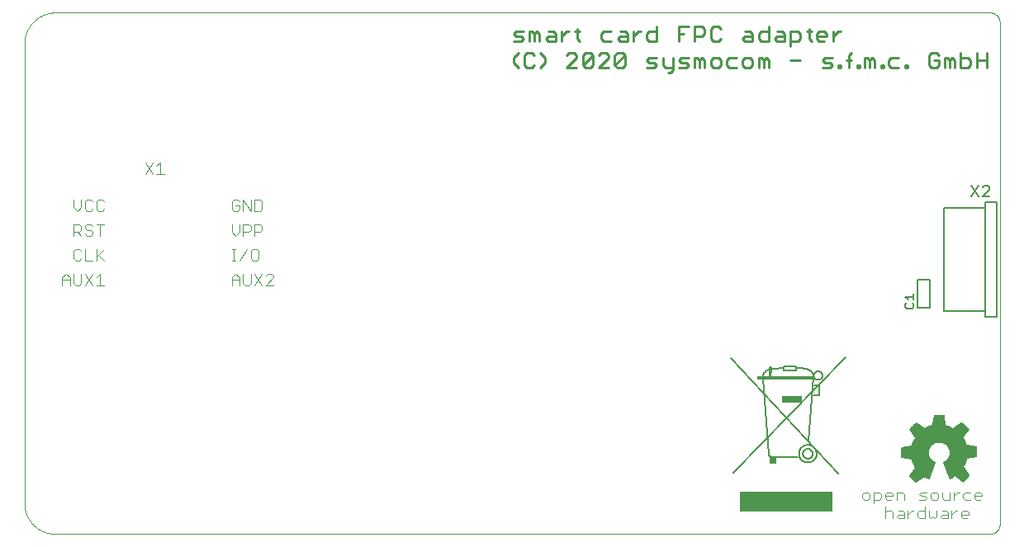
<source format=gto>
G75*
%MOIN*%
%OFA0B0*%
%FSLAX25Y25*%
%IPPOS*%
%LPD*%
%AMOC8*
5,1,8,0,0,1.08239X$1,22.5*
%
%ADD10C,0.00000*%
%ADD11C,0.01000*%
%ADD12C,0.00400*%
%ADD13C,0.00500*%
%ADD14C,0.00700*%
%ADD15C,0.00800*%
%ADD16C,0.00600*%
%ADD17C,0.00787*%
%ADD18R,0.23130X0.01673*%
%ADD19R,0.07972X0.02756*%
%ADD20R,0.02756X0.02657*%
%ADD21R,0.37795X0.07874*%
%ADD22C,0.00200*%
D10*
X0013770Y0002234D02*
X0391014Y0002234D01*
X0391138Y0002236D01*
X0391261Y0002242D01*
X0391385Y0002251D01*
X0391507Y0002265D01*
X0391630Y0002282D01*
X0391752Y0002304D01*
X0391873Y0002329D01*
X0391993Y0002358D01*
X0392112Y0002390D01*
X0392231Y0002427D01*
X0392348Y0002467D01*
X0392463Y0002510D01*
X0392578Y0002558D01*
X0392690Y0002609D01*
X0392801Y0002663D01*
X0392911Y0002721D01*
X0393018Y0002782D01*
X0393124Y0002847D01*
X0393227Y0002915D01*
X0393328Y0002986D01*
X0393427Y0003060D01*
X0393524Y0003137D01*
X0393618Y0003218D01*
X0393709Y0003301D01*
X0393798Y0003387D01*
X0393884Y0003476D01*
X0393967Y0003567D01*
X0394048Y0003661D01*
X0394125Y0003758D01*
X0394199Y0003857D01*
X0394270Y0003958D01*
X0394338Y0004061D01*
X0394403Y0004167D01*
X0394464Y0004274D01*
X0394522Y0004384D01*
X0394576Y0004495D01*
X0394627Y0004607D01*
X0394675Y0004722D01*
X0394718Y0004837D01*
X0394758Y0004954D01*
X0394795Y0005073D01*
X0394827Y0005192D01*
X0394856Y0005312D01*
X0394881Y0005433D01*
X0394903Y0005555D01*
X0394920Y0005678D01*
X0394934Y0005800D01*
X0394943Y0005924D01*
X0394949Y0006047D01*
X0394951Y0006171D01*
X0394951Y0208927D01*
X0394949Y0209051D01*
X0394943Y0209174D01*
X0394934Y0209298D01*
X0394920Y0209420D01*
X0394903Y0209543D01*
X0394881Y0209665D01*
X0394856Y0209786D01*
X0394827Y0209906D01*
X0394795Y0210025D01*
X0394758Y0210144D01*
X0394718Y0210261D01*
X0394675Y0210376D01*
X0394627Y0210491D01*
X0394576Y0210603D01*
X0394522Y0210714D01*
X0394464Y0210824D01*
X0394403Y0210931D01*
X0394338Y0211037D01*
X0394270Y0211140D01*
X0394199Y0211241D01*
X0394125Y0211340D01*
X0394048Y0211437D01*
X0393967Y0211531D01*
X0393884Y0211622D01*
X0393798Y0211711D01*
X0393709Y0211797D01*
X0393618Y0211880D01*
X0393524Y0211961D01*
X0393427Y0212038D01*
X0393328Y0212112D01*
X0393227Y0212183D01*
X0393124Y0212251D01*
X0393018Y0212316D01*
X0392911Y0212377D01*
X0392801Y0212435D01*
X0392690Y0212489D01*
X0392578Y0212540D01*
X0392463Y0212588D01*
X0392348Y0212631D01*
X0392231Y0212671D01*
X0392112Y0212708D01*
X0391993Y0212740D01*
X0391873Y0212769D01*
X0391752Y0212794D01*
X0391630Y0212816D01*
X0391507Y0212833D01*
X0391385Y0212847D01*
X0391261Y0212856D01*
X0391138Y0212862D01*
X0391014Y0212864D01*
X0013770Y0212864D01*
X0013467Y0212860D01*
X0013165Y0212849D01*
X0012863Y0212831D01*
X0012562Y0212806D01*
X0012261Y0212773D01*
X0011961Y0212733D01*
X0011662Y0212685D01*
X0011365Y0212631D01*
X0011068Y0212569D01*
X0010774Y0212500D01*
X0010481Y0212424D01*
X0010190Y0212341D01*
X0009901Y0212251D01*
X0009615Y0212154D01*
X0009330Y0212050D01*
X0009049Y0211940D01*
X0008770Y0211822D01*
X0008494Y0211698D01*
X0008221Y0211567D01*
X0007952Y0211430D01*
X0007685Y0211286D01*
X0007423Y0211136D01*
X0007164Y0210979D01*
X0006909Y0210817D01*
X0006658Y0210648D01*
X0006411Y0210473D01*
X0006168Y0210292D01*
X0005930Y0210106D01*
X0005697Y0209913D01*
X0005468Y0209715D01*
X0005244Y0209512D01*
X0005025Y0209303D01*
X0004811Y0209089D01*
X0004602Y0208870D01*
X0004399Y0208646D01*
X0004201Y0208417D01*
X0004008Y0208184D01*
X0003822Y0207946D01*
X0003641Y0207703D01*
X0003466Y0207456D01*
X0003297Y0207205D01*
X0003135Y0206950D01*
X0002978Y0206691D01*
X0002828Y0206429D01*
X0002684Y0206162D01*
X0002547Y0205893D01*
X0002416Y0205620D01*
X0002292Y0205344D01*
X0002174Y0205065D01*
X0002064Y0204784D01*
X0001960Y0204499D01*
X0001863Y0204213D01*
X0001773Y0203924D01*
X0001690Y0203633D01*
X0001614Y0203340D01*
X0001545Y0203046D01*
X0001483Y0202749D01*
X0001429Y0202452D01*
X0001381Y0202153D01*
X0001341Y0201853D01*
X0001308Y0201552D01*
X0001283Y0201251D01*
X0001265Y0200949D01*
X0001254Y0200647D01*
X0001250Y0200344D01*
X0001250Y0014754D01*
X0001254Y0014451D01*
X0001265Y0014149D01*
X0001283Y0013847D01*
X0001308Y0013546D01*
X0001341Y0013245D01*
X0001381Y0012945D01*
X0001429Y0012646D01*
X0001483Y0012349D01*
X0001545Y0012052D01*
X0001614Y0011758D01*
X0001690Y0011465D01*
X0001773Y0011174D01*
X0001863Y0010885D01*
X0001960Y0010599D01*
X0002064Y0010314D01*
X0002174Y0010033D01*
X0002292Y0009754D01*
X0002416Y0009478D01*
X0002547Y0009205D01*
X0002684Y0008936D01*
X0002828Y0008669D01*
X0002978Y0008407D01*
X0003135Y0008148D01*
X0003297Y0007893D01*
X0003466Y0007642D01*
X0003641Y0007395D01*
X0003822Y0007152D01*
X0004008Y0006914D01*
X0004201Y0006681D01*
X0004399Y0006452D01*
X0004602Y0006228D01*
X0004811Y0006009D01*
X0005025Y0005795D01*
X0005244Y0005586D01*
X0005468Y0005383D01*
X0005697Y0005185D01*
X0005930Y0004992D01*
X0006168Y0004806D01*
X0006411Y0004625D01*
X0006658Y0004450D01*
X0006909Y0004281D01*
X0007164Y0004119D01*
X0007423Y0003962D01*
X0007685Y0003812D01*
X0007952Y0003668D01*
X0008221Y0003531D01*
X0008494Y0003400D01*
X0008770Y0003276D01*
X0009049Y0003158D01*
X0009330Y0003048D01*
X0009615Y0002944D01*
X0009901Y0002847D01*
X0010190Y0002757D01*
X0010481Y0002674D01*
X0010774Y0002598D01*
X0011068Y0002529D01*
X0011365Y0002467D01*
X0011662Y0002413D01*
X0011961Y0002365D01*
X0012261Y0002325D01*
X0012562Y0002292D01*
X0012863Y0002267D01*
X0013165Y0002249D01*
X0013467Y0002238D01*
X0013770Y0002234D01*
D11*
X0260910Y0188733D02*
X0261911Y0188733D01*
X0262911Y0189733D01*
X0262911Y0194738D01*
X0265353Y0193737D02*
X0266354Y0192736D01*
X0268356Y0192736D01*
X0269357Y0191735D01*
X0268356Y0190734D01*
X0265353Y0190734D01*
X0262911Y0190734D02*
X0259909Y0190734D01*
X0258908Y0191735D01*
X0258908Y0194738D01*
X0256466Y0194738D02*
X0253463Y0194738D01*
X0252462Y0193737D01*
X0253463Y0192736D01*
X0255465Y0192736D01*
X0256466Y0191735D01*
X0255465Y0190734D01*
X0252462Y0190734D01*
X0243575Y0191735D02*
X0243575Y0195739D01*
X0239571Y0191735D01*
X0240572Y0190734D01*
X0242574Y0190734D01*
X0243575Y0191735D01*
X0239571Y0191735D02*
X0239571Y0195739D01*
X0240572Y0196739D01*
X0242574Y0196739D01*
X0243575Y0195739D01*
X0237129Y0195739D02*
X0236129Y0196739D01*
X0234127Y0196739D01*
X0233126Y0195739D01*
X0230684Y0195739D02*
X0226680Y0191735D01*
X0227681Y0190734D01*
X0229683Y0190734D01*
X0230684Y0191735D01*
X0230684Y0195739D01*
X0229683Y0196739D01*
X0227681Y0196739D01*
X0226680Y0195739D01*
X0226680Y0191735D01*
X0224238Y0190734D02*
X0220235Y0190734D01*
X0224238Y0194738D01*
X0224238Y0195739D01*
X0223238Y0196739D01*
X0221236Y0196739D01*
X0220235Y0195739D01*
X0211494Y0194738D02*
X0211494Y0192736D01*
X0209492Y0190734D01*
X0207050Y0191735D02*
X0206050Y0190734D01*
X0204048Y0190734D01*
X0203047Y0191735D01*
X0203047Y0195739D01*
X0204048Y0196739D01*
X0206050Y0196739D01*
X0207050Y0195739D01*
X0209492Y0196739D02*
X0211494Y0194738D01*
X0212642Y0201234D02*
X0211641Y0202235D01*
X0212642Y0203236D01*
X0215644Y0203236D01*
X0215644Y0204237D02*
X0215644Y0201234D01*
X0212642Y0201234D01*
X0209199Y0201234D02*
X0209199Y0204237D01*
X0208198Y0205238D01*
X0207197Y0204237D01*
X0207197Y0201234D01*
X0205195Y0201234D02*
X0205195Y0205238D01*
X0206196Y0205238D01*
X0207197Y0204237D01*
X0202753Y0205238D02*
X0199751Y0205238D01*
X0198750Y0204237D01*
X0199751Y0203236D01*
X0201753Y0203236D01*
X0202753Y0202235D01*
X0201753Y0201234D01*
X0198750Y0201234D01*
X0200752Y0196739D02*
X0198750Y0194738D01*
X0198750Y0192736D01*
X0200752Y0190734D01*
X0218086Y0201234D02*
X0218086Y0205238D01*
X0218086Y0203236D02*
X0220088Y0205238D01*
X0221089Y0205238D01*
X0223458Y0205238D02*
X0225459Y0205238D01*
X0224459Y0206239D02*
X0224459Y0202235D01*
X0225459Y0201234D01*
X0215644Y0204237D02*
X0214644Y0205238D01*
X0212642Y0205238D01*
X0234200Y0204237D02*
X0234200Y0202235D01*
X0235201Y0201234D01*
X0238204Y0201234D01*
X0240646Y0202235D02*
X0241647Y0203236D01*
X0244649Y0203236D01*
X0244649Y0204237D02*
X0244649Y0201234D01*
X0241647Y0201234D01*
X0240646Y0202235D01*
X0241647Y0205238D02*
X0243648Y0205238D01*
X0244649Y0204237D01*
X0247091Y0205238D02*
X0247091Y0201234D01*
X0247091Y0203236D02*
X0249093Y0205238D01*
X0250094Y0205238D01*
X0252462Y0204237D02*
X0253463Y0205238D01*
X0256466Y0205238D01*
X0256466Y0207239D02*
X0256466Y0201234D01*
X0253463Y0201234D01*
X0252462Y0202235D01*
X0252462Y0204237D01*
X0238204Y0205238D02*
X0235201Y0205238D01*
X0234200Y0204237D01*
X0237129Y0195739D02*
X0237129Y0194738D01*
X0233126Y0190734D01*
X0237129Y0190734D01*
X0265353Y0193737D02*
X0266354Y0194738D01*
X0269357Y0194738D01*
X0271799Y0194738D02*
X0272800Y0194738D01*
X0273801Y0193737D01*
X0274802Y0194738D01*
X0275802Y0193737D01*
X0275802Y0190734D01*
X0273801Y0190734D02*
X0273801Y0193737D01*
X0271799Y0194738D02*
X0271799Y0190734D01*
X0278244Y0191735D02*
X0278244Y0193737D01*
X0279245Y0194738D01*
X0281247Y0194738D01*
X0282248Y0193737D01*
X0282248Y0191735D01*
X0281247Y0190734D01*
X0279245Y0190734D01*
X0278244Y0191735D01*
X0284690Y0191735D02*
X0284690Y0193737D01*
X0285691Y0194738D01*
X0288693Y0194738D01*
X0291135Y0193737D02*
X0291135Y0191735D01*
X0292136Y0190734D01*
X0294138Y0190734D01*
X0295139Y0191735D01*
X0295139Y0193737D01*
X0294138Y0194738D01*
X0292136Y0194738D01*
X0291135Y0193737D01*
X0288693Y0190734D02*
X0285691Y0190734D01*
X0284690Y0191735D01*
X0281247Y0201234D02*
X0279245Y0201234D01*
X0278244Y0202235D01*
X0278244Y0206239D01*
X0279245Y0207239D01*
X0281247Y0207239D01*
X0282248Y0206239D01*
X0282248Y0202235D02*
X0281247Y0201234D01*
X0275802Y0204237D02*
X0275802Y0206239D01*
X0274802Y0207239D01*
X0271799Y0207239D01*
X0271799Y0201234D01*
X0271799Y0203236D02*
X0274802Y0203236D01*
X0275802Y0204237D01*
X0269357Y0207239D02*
X0265353Y0207239D01*
X0265353Y0201234D01*
X0265353Y0204237D02*
X0267355Y0204237D01*
X0291135Y0202235D02*
X0292136Y0201234D01*
X0295139Y0201234D01*
X0295139Y0204237D01*
X0294138Y0205238D01*
X0292136Y0205238D01*
X0292136Y0203236D02*
X0295139Y0203236D01*
X0297581Y0204237D02*
X0298582Y0205238D01*
X0301584Y0205238D01*
X0301584Y0207239D02*
X0301584Y0201234D01*
X0298582Y0201234D01*
X0297581Y0202235D01*
X0297581Y0204237D01*
X0304026Y0202235D02*
X0305027Y0203236D01*
X0308030Y0203236D01*
X0308030Y0204237D02*
X0308030Y0201234D01*
X0305027Y0201234D01*
X0304026Y0202235D01*
X0305027Y0205238D02*
X0307029Y0205238D01*
X0308030Y0204237D01*
X0310472Y0205238D02*
X0313475Y0205238D01*
X0314475Y0204237D01*
X0314475Y0202235D01*
X0313475Y0201234D01*
X0310472Y0201234D01*
X0310472Y0199233D02*
X0310472Y0205238D01*
X0316917Y0205238D02*
X0318919Y0205238D01*
X0317918Y0206239D02*
X0317918Y0202235D01*
X0318919Y0201234D01*
X0321214Y0202235D02*
X0321214Y0204237D01*
X0322215Y0205238D01*
X0324217Y0205238D01*
X0325218Y0204237D01*
X0325218Y0203236D01*
X0321214Y0203236D01*
X0321214Y0202235D02*
X0322215Y0201234D01*
X0324217Y0201234D01*
X0327660Y0201234D02*
X0327660Y0205238D01*
X0327660Y0203236D02*
X0329662Y0205238D01*
X0330663Y0205238D01*
X0335033Y0196739D02*
X0334032Y0195739D01*
X0334032Y0190734D01*
X0330809Y0190734D02*
X0330809Y0191735D01*
X0329808Y0191735D01*
X0329808Y0190734D01*
X0330809Y0190734D01*
X0327366Y0191735D02*
X0326366Y0192736D01*
X0324364Y0192736D01*
X0323363Y0193737D01*
X0324364Y0194738D01*
X0327366Y0194738D01*
X0327366Y0191735D02*
X0326366Y0190734D01*
X0323363Y0190734D01*
X0314475Y0193737D02*
X0310472Y0193737D01*
X0301584Y0193737D02*
X0301584Y0190734D01*
X0299583Y0190734D02*
X0299583Y0193737D01*
X0300584Y0194738D01*
X0301584Y0193737D01*
X0299583Y0193737D02*
X0298582Y0194738D01*
X0297581Y0194738D01*
X0297581Y0190734D01*
X0291135Y0202235D02*
X0292136Y0203236D01*
X0333031Y0193737D02*
X0335033Y0193737D01*
X0337328Y0191735D02*
X0338329Y0191735D01*
X0338329Y0190734D01*
X0337328Y0190734D01*
X0337328Y0191735D01*
X0340551Y0190734D02*
X0340551Y0194738D01*
X0341552Y0194738D01*
X0342553Y0193737D01*
X0343553Y0194738D01*
X0344554Y0193737D01*
X0344554Y0190734D01*
X0342553Y0190734D02*
X0342553Y0193737D01*
X0346996Y0191735D02*
X0347997Y0191735D01*
X0347997Y0190734D01*
X0346996Y0190734D01*
X0346996Y0191735D01*
X0350219Y0191735D02*
X0351220Y0190734D01*
X0354223Y0190734D01*
X0356665Y0190734D02*
X0356665Y0191735D01*
X0357666Y0191735D01*
X0357666Y0190734D01*
X0356665Y0190734D01*
X0354223Y0194738D02*
X0351220Y0194738D01*
X0350219Y0193737D01*
X0350219Y0191735D01*
X0366333Y0191735D02*
X0367334Y0190734D01*
X0369335Y0190734D01*
X0370336Y0191735D01*
X0370336Y0193737D01*
X0368335Y0193737D01*
X0370336Y0195739D02*
X0369335Y0196739D01*
X0367334Y0196739D01*
X0366333Y0195739D01*
X0366333Y0191735D01*
X0372778Y0190734D02*
X0372778Y0194738D01*
X0373779Y0194738D01*
X0374780Y0193737D01*
X0375781Y0194738D01*
X0376782Y0193737D01*
X0376782Y0190734D01*
X0374780Y0190734D02*
X0374780Y0193737D01*
X0379224Y0194738D02*
X0382226Y0194738D01*
X0383227Y0193737D01*
X0383227Y0191735D01*
X0382226Y0190734D01*
X0379224Y0190734D01*
X0379224Y0196739D01*
X0385669Y0196739D02*
X0385669Y0190734D01*
X0389673Y0190734D02*
X0389673Y0196739D01*
X0389673Y0193737D02*
X0385669Y0193737D01*
D12*
X0101835Y0106586D02*
X0101068Y0107353D01*
X0099533Y0107353D01*
X0098766Y0106586D01*
X0097231Y0107353D02*
X0094162Y0102749D01*
X0092627Y0103517D02*
X0091860Y0102749D01*
X0090325Y0102749D01*
X0089558Y0103517D01*
X0089558Y0107353D01*
X0088023Y0105818D02*
X0088023Y0102749D01*
X0088023Y0105051D02*
X0084954Y0105051D01*
X0084954Y0105818D02*
X0084954Y0102749D01*
X0084954Y0105818D02*
X0086489Y0107353D01*
X0088023Y0105818D01*
X0092627Y0107353D02*
X0092627Y0103517D01*
X0094162Y0107353D02*
X0097231Y0102749D01*
X0098766Y0102749D02*
X0101835Y0105818D01*
X0101835Y0106586D01*
X0101835Y0102749D02*
X0098766Y0102749D01*
X0094929Y0112749D02*
X0095696Y0113517D01*
X0095696Y0116586D01*
X0094929Y0117353D01*
X0093394Y0117353D01*
X0092627Y0116586D01*
X0092627Y0113517D01*
X0093394Y0112749D01*
X0094929Y0112749D01*
X0091092Y0117353D02*
X0088023Y0112749D01*
X0086489Y0112749D02*
X0084954Y0112749D01*
X0085721Y0112749D02*
X0085721Y0117353D01*
X0084954Y0117353D02*
X0086489Y0117353D01*
X0086489Y0122749D02*
X0088023Y0124284D01*
X0088023Y0127353D01*
X0089558Y0127353D02*
X0091860Y0127353D01*
X0092627Y0126586D01*
X0092627Y0125051D01*
X0091860Y0124284D01*
X0089558Y0124284D01*
X0089558Y0122749D02*
X0089558Y0127353D01*
X0094162Y0127353D02*
X0096464Y0127353D01*
X0097231Y0126586D01*
X0097231Y0125051D01*
X0096464Y0124284D01*
X0094162Y0124284D01*
X0094162Y0122749D02*
X0094162Y0127353D01*
X0094162Y0132749D02*
X0096464Y0132749D01*
X0097231Y0133517D01*
X0097231Y0136586D01*
X0096464Y0137353D01*
X0094162Y0137353D01*
X0094162Y0132749D01*
X0092627Y0132749D02*
X0092627Y0137353D01*
X0089558Y0137353D02*
X0092627Y0132749D01*
X0089558Y0132749D02*
X0089558Y0137353D01*
X0088023Y0136586D02*
X0087256Y0137353D01*
X0085721Y0137353D01*
X0084954Y0136586D01*
X0084954Y0133517D01*
X0085721Y0132749D01*
X0087256Y0132749D01*
X0088023Y0133517D01*
X0088023Y0135051D01*
X0086489Y0135051D01*
X0084954Y0127353D02*
X0084954Y0124284D01*
X0086489Y0122749D01*
X0057627Y0147749D02*
X0054558Y0147749D01*
X0056092Y0147749D02*
X0056092Y0152353D01*
X0054558Y0150818D01*
X0053023Y0152353D02*
X0049954Y0147749D01*
X0053023Y0147749D02*
X0049954Y0152353D01*
X0033419Y0136586D02*
X0032652Y0137353D01*
X0031117Y0137353D01*
X0030350Y0136586D01*
X0030350Y0133517D01*
X0031117Y0132749D01*
X0032652Y0132749D01*
X0033419Y0133517D01*
X0028815Y0133517D02*
X0028048Y0132749D01*
X0026513Y0132749D01*
X0025746Y0133517D01*
X0025746Y0136586D01*
X0026513Y0137353D01*
X0028048Y0137353D01*
X0028815Y0136586D01*
X0024211Y0137353D02*
X0024211Y0134284D01*
X0022677Y0132749D01*
X0021142Y0134284D01*
X0021142Y0137353D01*
X0021142Y0127353D02*
X0023444Y0127353D01*
X0024211Y0126586D01*
X0024211Y0125051D01*
X0023444Y0124284D01*
X0021142Y0124284D01*
X0022677Y0124284D02*
X0024211Y0122749D01*
X0025746Y0123517D02*
X0026513Y0122749D01*
X0028048Y0122749D01*
X0028815Y0123517D01*
X0028815Y0124284D01*
X0028048Y0125051D01*
X0026513Y0125051D01*
X0025746Y0125818D01*
X0025746Y0126586D01*
X0026513Y0127353D01*
X0028048Y0127353D01*
X0028815Y0126586D01*
X0030350Y0127353D02*
X0033419Y0127353D01*
X0031885Y0127353D02*
X0031885Y0122749D01*
X0033419Y0117353D02*
X0030350Y0114284D01*
X0031117Y0115051D02*
X0033419Y0112749D01*
X0030350Y0112749D02*
X0030350Y0117353D01*
X0025746Y0117353D02*
X0025746Y0112749D01*
X0028815Y0112749D01*
X0024211Y0113517D02*
X0023444Y0112749D01*
X0021909Y0112749D01*
X0021142Y0113517D01*
X0021142Y0116586D01*
X0021909Y0117353D01*
X0023444Y0117353D01*
X0024211Y0116586D01*
X0021142Y0122749D02*
X0021142Y0127353D01*
X0021142Y0107353D02*
X0021142Y0103517D01*
X0021909Y0102749D01*
X0023444Y0102749D01*
X0024211Y0103517D01*
X0024211Y0107353D01*
X0025746Y0107353D02*
X0028815Y0102749D01*
X0030350Y0102749D02*
X0033419Y0102749D01*
X0031885Y0102749D02*
X0031885Y0107353D01*
X0030350Y0105818D01*
X0028815Y0107353D02*
X0025746Y0102749D01*
X0019607Y0102749D02*
X0019607Y0105818D01*
X0018073Y0107353D01*
X0016538Y0105818D01*
X0016538Y0102749D01*
X0016538Y0105051D02*
X0019607Y0105051D01*
X0339474Y0018336D02*
X0339474Y0016802D01*
X0340241Y0016034D01*
X0341776Y0016034D01*
X0342543Y0016802D01*
X0342543Y0018336D01*
X0341776Y0019104D01*
X0340241Y0019104D01*
X0339474Y0018336D01*
X0344078Y0019104D02*
X0346380Y0019104D01*
X0347147Y0018336D01*
X0347147Y0016802D01*
X0346380Y0016034D01*
X0344078Y0016034D01*
X0344078Y0014500D02*
X0344078Y0019104D01*
X0348682Y0018336D02*
X0348682Y0016802D01*
X0349449Y0016034D01*
X0350984Y0016034D01*
X0351751Y0017569D02*
X0348682Y0017569D01*
X0348682Y0018336D02*
X0349449Y0019104D01*
X0350984Y0019104D01*
X0351751Y0018336D01*
X0351751Y0017569D01*
X0353286Y0016034D02*
X0353286Y0019104D01*
X0355588Y0019104D01*
X0356355Y0018336D01*
X0356355Y0016034D01*
X0362494Y0016034D02*
X0364796Y0016034D01*
X0365563Y0016802D01*
X0364796Y0017569D01*
X0363261Y0017569D01*
X0362494Y0018336D01*
X0363261Y0019104D01*
X0365563Y0019104D01*
X0367098Y0018336D02*
X0367098Y0016802D01*
X0367865Y0016034D01*
X0369400Y0016034D01*
X0370167Y0016802D01*
X0370167Y0018336D01*
X0369400Y0019104D01*
X0367865Y0019104D01*
X0367098Y0018336D01*
X0371702Y0019104D02*
X0371702Y0016802D01*
X0372469Y0016034D01*
X0374771Y0016034D01*
X0374771Y0019104D01*
X0376305Y0019104D02*
X0376305Y0016034D01*
X0376305Y0017569D02*
X0377840Y0019104D01*
X0378607Y0019104D01*
X0380142Y0018336D02*
X0380142Y0016802D01*
X0380909Y0016034D01*
X0383211Y0016034D01*
X0384746Y0016802D02*
X0384746Y0018336D01*
X0385513Y0019104D01*
X0387048Y0019104D01*
X0387815Y0018336D01*
X0387815Y0017569D01*
X0384746Y0017569D01*
X0384746Y0016802D02*
X0385513Y0016034D01*
X0387048Y0016034D01*
X0383211Y0019104D02*
X0380909Y0019104D01*
X0380142Y0018336D01*
X0380142Y0011604D02*
X0379375Y0010836D01*
X0379375Y0009302D01*
X0380142Y0008534D01*
X0381677Y0008534D01*
X0382444Y0010069D02*
X0379375Y0010069D01*
X0380142Y0011604D02*
X0381677Y0011604D01*
X0382444Y0010836D01*
X0382444Y0010069D01*
X0377840Y0011604D02*
X0377073Y0011604D01*
X0375538Y0010069D01*
X0374003Y0010069D02*
X0371702Y0010069D01*
X0370934Y0009302D01*
X0371702Y0008534D01*
X0374003Y0008534D01*
X0374003Y0010836D01*
X0373236Y0011604D01*
X0371702Y0011604D01*
X0369400Y0011604D02*
X0369400Y0009302D01*
X0368632Y0008534D01*
X0367865Y0009302D01*
X0367098Y0008534D01*
X0366330Y0009302D01*
X0366330Y0011604D01*
X0364796Y0011604D02*
X0362494Y0011604D01*
X0361726Y0010836D01*
X0361726Y0009302D01*
X0362494Y0008534D01*
X0364796Y0008534D01*
X0364796Y0013138D01*
X0360192Y0011604D02*
X0359424Y0011604D01*
X0357890Y0010069D01*
X0357890Y0008534D02*
X0357890Y0011604D01*
X0356355Y0010836D02*
X0356355Y0008534D01*
X0354053Y0008534D01*
X0353286Y0009302D01*
X0354053Y0010069D01*
X0356355Y0010069D01*
X0356355Y0010836D02*
X0355588Y0011604D01*
X0354053Y0011604D01*
X0351751Y0010836D02*
X0351751Y0008534D01*
X0348682Y0008534D02*
X0348682Y0013138D01*
X0349449Y0011604D02*
X0350984Y0011604D01*
X0351751Y0010836D01*
X0349449Y0011604D02*
X0348682Y0010836D01*
X0375538Y0011604D02*
X0375538Y0008534D01*
D13*
X0389179Y0090006D02*
X0393904Y0090006D01*
X0393904Y0136463D01*
X0389179Y0136463D01*
X0389179Y0134100D01*
X0372250Y0134100D01*
X0372250Y0092368D01*
X0389179Y0092368D01*
X0389179Y0090006D01*
X0389179Y0092368D02*
X0389179Y0134100D01*
D14*
X0387996Y0138584D02*
X0390865Y0141453D01*
X0390865Y0142171D01*
X0390148Y0142888D01*
X0388713Y0142888D01*
X0387996Y0142171D01*
X0386261Y0142888D02*
X0383392Y0138584D01*
X0386261Y0138584D02*
X0383392Y0142888D01*
X0387996Y0138584D02*
X0390865Y0138584D01*
D15*
X0366750Y0104984D02*
X0361750Y0104984D01*
X0361750Y0093484D01*
X0366750Y0093484D01*
X0366750Y0104984D01*
D16*
X0360200Y0099236D02*
X0360200Y0096967D01*
X0360200Y0098102D02*
X0356797Y0098102D01*
X0357931Y0096967D01*
X0357364Y0095553D02*
X0356797Y0094986D01*
X0356797Y0093851D01*
X0357364Y0093284D01*
X0359633Y0093284D01*
X0360200Y0093851D01*
X0360200Y0094986D01*
X0359633Y0095553D01*
D17*
X0332841Y0073573D02*
X0287565Y0027116D01*
X0301738Y0034596D02*
X0299376Y0064911D01*
X0299376Y0065699D01*
X0302132Y0065699D02*
X0302526Y0065699D01*
X0302722Y0069242D01*
X0302723Y0069242D02*
X0302725Y0069281D01*
X0302723Y0069321D01*
X0302718Y0069359D01*
X0302709Y0069397D01*
X0302696Y0069434D01*
X0302680Y0069470D01*
X0302660Y0069504D01*
X0302637Y0069535D01*
X0302611Y0069564D01*
X0302582Y0069591D01*
X0302550Y0069614D01*
X0302517Y0069635D01*
X0302482Y0069651D01*
X0302445Y0069665D01*
X0302407Y0069674D01*
X0302368Y0069680D01*
X0302329Y0069682D01*
X0302290Y0069680D01*
X0302251Y0069674D01*
X0302213Y0069665D01*
X0302176Y0069651D01*
X0302141Y0069635D01*
X0302108Y0069614D01*
X0302076Y0069591D01*
X0302047Y0069564D01*
X0302021Y0069535D01*
X0301998Y0069504D01*
X0301978Y0069470D01*
X0301962Y0069434D01*
X0301949Y0069397D01*
X0301940Y0069359D01*
X0301935Y0069321D01*
X0301933Y0069281D01*
X0301935Y0069242D01*
X0302132Y0065699D01*
X0299376Y0065699D02*
X0299378Y0065804D01*
X0299384Y0065909D01*
X0299393Y0066014D01*
X0299406Y0066119D01*
X0299423Y0066223D01*
X0299443Y0066326D01*
X0299468Y0066429D01*
X0299495Y0066530D01*
X0299527Y0066631D01*
X0299562Y0066730D01*
X0299600Y0066828D01*
X0299642Y0066925D01*
X0299688Y0067020D01*
X0299737Y0067113D01*
X0299789Y0067205D01*
X0299844Y0067294D01*
X0299902Y0067382D01*
X0299964Y0067467D01*
X0300028Y0067550D01*
X0300096Y0067631D01*
X0300166Y0067710D01*
X0300239Y0067785D01*
X0300315Y0067859D01*
X0300393Y0067929D01*
X0300474Y0067997D01*
X0300557Y0068061D01*
X0300558Y0068061D02*
X0300660Y0068135D01*
X0300764Y0068206D01*
X0300871Y0068273D01*
X0300979Y0068338D01*
X0301090Y0068399D01*
X0301202Y0068456D01*
X0301316Y0068510D01*
X0301431Y0068561D01*
X0301549Y0068607D01*
X0301667Y0068651D01*
X0301787Y0068690D01*
X0301908Y0068726D01*
X0302030Y0068758D01*
X0302153Y0068786D01*
X0302277Y0068811D01*
X0302401Y0068831D01*
X0302526Y0068848D01*
X0307644Y0068455D02*
X0307644Y0069242D01*
X0307644Y0070030D01*
X0312762Y0070030D01*
X0312762Y0068455D01*
X0307644Y0068455D01*
X0313156Y0069242D02*
X0313549Y0069242D01*
X0317093Y0068848D02*
X0317210Y0068820D01*
X0317327Y0068788D01*
X0317442Y0068753D01*
X0317557Y0068714D01*
X0317670Y0068671D01*
X0317782Y0068625D01*
X0317893Y0068576D01*
X0318002Y0068523D01*
X0318109Y0068467D01*
X0318214Y0068408D01*
X0318318Y0068345D01*
X0318420Y0068280D01*
X0318519Y0068211D01*
X0318617Y0068140D01*
X0318712Y0068065D01*
X0318805Y0067988D01*
X0318895Y0067907D01*
X0318983Y0067824D01*
X0319069Y0067739D01*
X0319152Y0067650D01*
X0319232Y0067560D01*
X0319309Y0067467D01*
X0319383Y0067371D01*
X0319455Y0067274D01*
X0319848Y0066093D02*
X0317880Y0039715D01*
X0315517Y0034695D02*
X0315519Y0034783D01*
X0315525Y0034871D01*
X0315535Y0034959D01*
X0315549Y0035047D01*
X0315566Y0035133D01*
X0315588Y0035219D01*
X0315613Y0035303D01*
X0315643Y0035387D01*
X0315675Y0035469D01*
X0315712Y0035549D01*
X0315752Y0035628D01*
X0315796Y0035705D01*
X0315843Y0035780D01*
X0315893Y0035852D01*
X0315947Y0035923D01*
X0316003Y0035990D01*
X0316063Y0036056D01*
X0316125Y0036118D01*
X0316191Y0036178D01*
X0316258Y0036234D01*
X0316329Y0036288D01*
X0316401Y0036338D01*
X0316476Y0036385D01*
X0316553Y0036429D01*
X0316632Y0036469D01*
X0316712Y0036506D01*
X0316794Y0036538D01*
X0316878Y0036568D01*
X0316962Y0036593D01*
X0317048Y0036615D01*
X0317134Y0036632D01*
X0317222Y0036646D01*
X0317310Y0036656D01*
X0317398Y0036662D01*
X0317486Y0036664D01*
X0317574Y0036662D01*
X0317662Y0036656D01*
X0317750Y0036646D01*
X0317838Y0036632D01*
X0317924Y0036615D01*
X0318010Y0036593D01*
X0318094Y0036568D01*
X0318178Y0036538D01*
X0318260Y0036506D01*
X0318340Y0036469D01*
X0318419Y0036429D01*
X0318496Y0036385D01*
X0318571Y0036338D01*
X0318643Y0036288D01*
X0318714Y0036234D01*
X0318781Y0036178D01*
X0318847Y0036118D01*
X0318909Y0036056D01*
X0318969Y0035990D01*
X0319025Y0035923D01*
X0319079Y0035852D01*
X0319129Y0035780D01*
X0319176Y0035705D01*
X0319220Y0035628D01*
X0319260Y0035549D01*
X0319297Y0035469D01*
X0319329Y0035387D01*
X0319359Y0035303D01*
X0319384Y0035219D01*
X0319406Y0035133D01*
X0319423Y0035047D01*
X0319437Y0034959D01*
X0319447Y0034871D01*
X0319453Y0034783D01*
X0319455Y0034695D01*
X0319453Y0034607D01*
X0319447Y0034519D01*
X0319437Y0034431D01*
X0319423Y0034343D01*
X0319406Y0034257D01*
X0319384Y0034171D01*
X0319359Y0034087D01*
X0319329Y0034003D01*
X0319297Y0033921D01*
X0319260Y0033841D01*
X0319220Y0033762D01*
X0319176Y0033685D01*
X0319129Y0033610D01*
X0319079Y0033538D01*
X0319025Y0033467D01*
X0318969Y0033400D01*
X0318909Y0033334D01*
X0318847Y0033272D01*
X0318781Y0033212D01*
X0318714Y0033156D01*
X0318643Y0033102D01*
X0318571Y0033052D01*
X0318496Y0033005D01*
X0318419Y0032961D01*
X0318340Y0032921D01*
X0318260Y0032884D01*
X0318178Y0032852D01*
X0318094Y0032822D01*
X0318010Y0032797D01*
X0317924Y0032775D01*
X0317838Y0032758D01*
X0317750Y0032744D01*
X0317662Y0032734D01*
X0317574Y0032728D01*
X0317486Y0032726D01*
X0317398Y0032728D01*
X0317310Y0032734D01*
X0317222Y0032744D01*
X0317134Y0032758D01*
X0317048Y0032775D01*
X0316962Y0032797D01*
X0316878Y0032822D01*
X0316794Y0032852D01*
X0316712Y0032884D01*
X0316632Y0032921D01*
X0316553Y0032961D01*
X0316476Y0033005D01*
X0316401Y0033052D01*
X0316329Y0033102D01*
X0316258Y0033156D01*
X0316191Y0033212D01*
X0316125Y0033272D01*
X0316063Y0033334D01*
X0316003Y0033400D01*
X0315947Y0033467D01*
X0315893Y0033538D01*
X0315843Y0033610D01*
X0315796Y0033685D01*
X0315752Y0033762D01*
X0315712Y0033841D01*
X0315675Y0033921D01*
X0315643Y0034003D01*
X0315613Y0034087D01*
X0315588Y0034171D01*
X0315566Y0034257D01*
X0315549Y0034343D01*
X0315535Y0034431D01*
X0315525Y0034519D01*
X0315519Y0034607D01*
X0315517Y0034695D01*
X0313938Y0034695D02*
X0313940Y0034814D01*
X0313946Y0034932D01*
X0313956Y0035050D01*
X0313970Y0035168D01*
X0313987Y0035285D01*
X0314009Y0035402D01*
X0314035Y0035517D01*
X0314064Y0035632D01*
X0314097Y0035746D01*
X0314134Y0035859D01*
X0314175Y0035970D01*
X0314220Y0036080D01*
X0314268Y0036188D01*
X0314319Y0036295D01*
X0314375Y0036400D01*
X0314433Y0036503D01*
X0314495Y0036604D01*
X0314561Y0036703D01*
X0314630Y0036800D01*
X0314702Y0036894D01*
X0314777Y0036986D01*
X0314855Y0037075D01*
X0314936Y0037162D01*
X0315019Y0037245D01*
X0315106Y0037326D01*
X0315195Y0037404D01*
X0315287Y0037479D01*
X0315381Y0037551D01*
X0315478Y0037620D01*
X0315577Y0037686D01*
X0315678Y0037748D01*
X0315781Y0037806D01*
X0315886Y0037862D01*
X0315993Y0037913D01*
X0316101Y0037961D01*
X0316211Y0038006D01*
X0316322Y0038047D01*
X0316435Y0038084D01*
X0316549Y0038117D01*
X0316664Y0038146D01*
X0316779Y0038172D01*
X0316896Y0038194D01*
X0317013Y0038211D01*
X0317131Y0038225D01*
X0317249Y0038235D01*
X0317367Y0038241D01*
X0317486Y0038243D01*
X0317605Y0038241D01*
X0317723Y0038235D01*
X0317841Y0038225D01*
X0317959Y0038211D01*
X0318076Y0038194D01*
X0318193Y0038172D01*
X0318308Y0038146D01*
X0318423Y0038117D01*
X0318537Y0038084D01*
X0318650Y0038047D01*
X0318761Y0038006D01*
X0318871Y0037961D01*
X0318979Y0037913D01*
X0319086Y0037862D01*
X0319191Y0037806D01*
X0319294Y0037748D01*
X0319395Y0037686D01*
X0319494Y0037620D01*
X0319591Y0037551D01*
X0319685Y0037479D01*
X0319777Y0037404D01*
X0319866Y0037326D01*
X0319953Y0037245D01*
X0320036Y0037162D01*
X0320117Y0037075D01*
X0320195Y0036986D01*
X0320270Y0036894D01*
X0320342Y0036800D01*
X0320411Y0036703D01*
X0320477Y0036604D01*
X0320539Y0036503D01*
X0320597Y0036400D01*
X0320653Y0036295D01*
X0320704Y0036188D01*
X0320752Y0036080D01*
X0320797Y0035970D01*
X0320838Y0035859D01*
X0320875Y0035746D01*
X0320908Y0035632D01*
X0320937Y0035517D01*
X0320963Y0035402D01*
X0320985Y0035285D01*
X0321002Y0035168D01*
X0321016Y0035050D01*
X0321026Y0034932D01*
X0321032Y0034814D01*
X0321034Y0034695D01*
X0321032Y0034576D01*
X0321026Y0034458D01*
X0321016Y0034340D01*
X0321002Y0034222D01*
X0320985Y0034105D01*
X0320963Y0033988D01*
X0320937Y0033873D01*
X0320908Y0033758D01*
X0320875Y0033644D01*
X0320838Y0033531D01*
X0320797Y0033420D01*
X0320752Y0033310D01*
X0320704Y0033202D01*
X0320653Y0033095D01*
X0320597Y0032990D01*
X0320539Y0032887D01*
X0320477Y0032786D01*
X0320411Y0032687D01*
X0320342Y0032590D01*
X0320270Y0032496D01*
X0320195Y0032404D01*
X0320117Y0032315D01*
X0320036Y0032228D01*
X0319953Y0032145D01*
X0319866Y0032064D01*
X0319777Y0031986D01*
X0319685Y0031911D01*
X0319591Y0031839D01*
X0319494Y0031770D01*
X0319395Y0031704D01*
X0319294Y0031642D01*
X0319191Y0031584D01*
X0319086Y0031528D01*
X0318979Y0031477D01*
X0318871Y0031429D01*
X0318761Y0031384D01*
X0318650Y0031343D01*
X0318537Y0031306D01*
X0318423Y0031273D01*
X0318308Y0031244D01*
X0318193Y0031218D01*
X0318076Y0031196D01*
X0317959Y0031179D01*
X0317841Y0031165D01*
X0317723Y0031155D01*
X0317605Y0031149D01*
X0317486Y0031147D01*
X0317367Y0031149D01*
X0317249Y0031155D01*
X0317131Y0031165D01*
X0317013Y0031179D01*
X0316896Y0031196D01*
X0316779Y0031218D01*
X0316664Y0031244D01*
X0316549Y0031273D01*
X0316435Y0031306D01*
X0316322Y0031343D01*
X0316211Y0031384D01*
X0316101Y0031429D01*
X0315993Y0031477D01*
X0315886Y0031528D01*
X0315781Y0031584D01*
X0315678Y0031642D01*
X0315577Y0031704D01*
X0315478Y0031770D01*
X0315381Y0031839D01*
X0315287Y0031911D01*
X0315195Y0031986D01*
X0315106Y0032064D01*
X0315019Y0032145D01*
X0314936Y0032228D01*
X0314855Y0032315D01*
X0314777Y0032404D01*
X0314702Y0032496D01*
X0314630Y0032590D01*
X0314561Y0032687D01*
X0314495Y0032786D01*
X0314433Y0032887D01*
X0314375Y0032990D01*
X0314319Y0033095D01*
X0314268Y0033202D01*
X0314220Y0033310D01*
X0314175Y0033420D01*
X0314134Y0033531D01*
X0314097Y0033644D01*
X0314064Y0033758D01*
X0314035Y0033873D01*
X0314009Y0033988D01*
X0313987Y0034105D01*
X0313970Y0034222D01*
X0313956Y0034340D01*
X0313946Y0034458D01*
X0313940Y0034576D01*
X0313938Y0034695D01*
X0313549Y0033415D02*
X0302919Y0033415D01*
X0302853Y0033417D01*
X0302787Y0033422D01*
X0302721Y0033432D01*
X0302656Y0033445D01*
X0302592Y0033461D01*
X0302529Y0033481D01*
X0302467Y0033505D01*
X0302407Y0033532D01*
X0302348Y0033562D01*
X0302291Y0033596D01*
X0302236Y0033633D01*
X0302183Y0033673D01*
X0302132Y0033715D01*
X0302084Y0033761D01*
X0302038Y0033809D01*
X0301996Y0033860D01*
X0301956Y0033913D01*
X0301919Y0033968D01*
X0301885Y0034025D01*
X0301855Y0034084D01*
X0301828Y0034144D01*
X0301804Y0034206D01*
X0301784Y0034269D01*
X0301768Y0034333D01*
X0301755Y0034398D01*
X0301745Y0034464D01*
X0301740Y0034530D01*
X0301738Y0034596D01*
X0329691Y0026722D02*
X0286384Y0073179D01*
X0319455Y0067274D02*
X0319505Y0067199D01*
X0319553Y0067122D01*
X0319597Y0067043D01*
X0319637Y0066963D01*
X0319675Y0066881D01*
X0319709Y0066797D01*
X0319739Y0066712D01*
X0319766Y0066626D01*
X0319789Y0066539D01*
X0319808Y0066451D01*
X0319824Y0066362D01*
X0319836Y0066273D01*
X0319844Y0066183D01*
X0319848Y0066093D01*
X0319848Y0066289D02*
X0319850Y0066373D01*
X0319856Y0066456D01*
X0319866Y0066539D01*
X0319880Y0066622D01*
X0319897Y0066704D01*
X0319919Y0066785D01*
X0319944Y0066864D01*
X0319973Y0066943D01*
X0320006Y0067020D01*
X0320042Y0067095D01*
X0320082Y0067169D01*
X0320125Y0067241D01*
X0320172Y0067310D01*
X0320222Y0067377D01*
X0320275Y0067442D01*
X0320331Y0067504D01*
X0320389Y0067564D01*
X0320451Y0067621D01*
X0320515Y0067674D01*
X0320582Y0067725D01*
X0320651Y0067772D01*
X0320722Y0067817D01*
X0320795Y0067857D01*
X0320870Y0067894D01*
X0320947Y0067928D01*
X0321025Y0067958D01*
X0321104Y0067984D01*
X0321185Y0068007D01*
X0321267Y0068025D01*
X0321349Y0068040D01*
X0321432Y0068051D01*
X0321515Y0068058D01*
X0321599Y0068061D01*
X0321683Y0068060D01*
X0321766Y0068055D01*
X0321850Y0068046D01*
X0321932Y0068033D01*
X0322014Y0068017D01*
X0322095Y0067996D01*
X0322176Y0067972D01*
X0322254Y0067944D01*
X0322332Y0067912D01*
X0322408Y0067876D01*
X0322482Y0067837D01*
X0322554Y0067795D01*
X0322624Y0067749D01*
X0322692Y0067700D01*
X0322757Y0067648D01*
X0322820Y0067593D01*
X0322880Y0067535D01*
X0322938Y0067474D01*
X0322992Y0067410D01*
X0323044Y0067344D01*
X0323092Y0067276D01*
X0323137Y0067205D01*
X0323178Y0067132D01*
X0323217Y0067058D01*
X0323251Y0066982D01*
X0323282Y0066904D01*
X0323309Y0066825D01*
X0323333Y0066744D01*
X0323352Y0066663D01*
X0323368Y0066581D01*
X0323380Y0066498D01*
X0323388Y0066414D01*
X0323392Y0066331D01*
X0323392Y0066247D01*
X0323388Y0066164D01*
X0323380Y0066080D01*
X0323368Y0065997D01*
X0323352Y0065915D01*
X0323333Y0065834D01*
X0323309Y0065753D01*
X0323282Y0065674D01*
X0323251Y0065596D01*
X0323217Y0065520D01*
X0323178Y0065446D01*
X0323137Y0065373D01*
X0323092Y0065302D01*
X0323044Y0065234D01*
X0322992Y0065168D01*
X0322938Y0065104D01*
X0322880Y0065043D01*
X0322820Y0064985D01*
X0322757Y0064930D01*
X0322692Y0064878D01*
X0322624Y0064829D01*
X0322554Y0064783D01*
X0322482Y0064741D01*
X0322408Y0064702D01*
X0322332Y0064666D01*
X0322254Y0064634D01*
X0322176Y0064606D01*
X0322095Y0064582D01*
X0322014Y0064561D01*
X0321932Y0064545D01*
X0321850Y0064532D01*
X0321766Y0064523D01*
X0321683Y0064518D01*
X0321599Y0064517D01*
X0321515Y0064520D01*
X0321432Y0064527D01*
X0321349Y0064538D01*
X0321267Y0064553D01*
X0321185Y0064571D01*
X0321104Y0064594D01*
X0321025Y0064620D01*
X0320947Y0064650D01*
X0320870Y0064684D01*
X0320795Y0064721D01*
X0320722Y0064761D01*
X0320651Y0064806D01*
X0320582Y0064853D01*
X0320515Y0064904D01*
X0320451Y0064957D01*
X0320389Y0065014D01*
X0320331Y0065074D01*
X0320275Y0065136D01*
X0320222Y0065201D01*
X0320172Y0065268D01*
X0320125Y0065337D01*
X0320082Y0065409D01*
X0320042Y0065483D01*
X0320006Y0065558D01*
X0319973Y0065635D01*
X0319944Y0065714D01*
X0319919Y0065793D01*
X0319897Y0065874D01*
X0319880Y0065956D01*
X0319866Y0066039D01*
X0319856Y0066122D01*
X0319850Y0066205D01*
X0319848Y0066289D01*
X0319947Y0062254D02*
X0322211Y0062254D01*
X0322211Y0058219D01*
X0319750Y0058219D01*
X0317092Y0068848D02*
X0316743Y0068923D01*
X0316392Y0068990D01*
X0316040Y0069049D01*
X0315686Y0069100D01*
X0315332Y0069143D01*
X0314976Y0069179D01*
X0314620Y0069206D01*
X0314263Y0069226D01*
X0313906Y0069238D01*
X0313549Y0069242D01*
X0307644Y0069242D02*
X0306361Y0069183D01*
X0305081Y0069097D01*
X0303802Y0068986D01*
X0302525Y0068848D01*
D18*
X0308382Y0065453D03*
D19*
X0311039Y0056644D03*
D20*
X0303510Y0032087D03*
D21*
X0308825Y0015305D03*
D22*
X0355150Y0033434D02*
X0359350Y0032734D01*
X0359550Y0031734D01*
X0359950Y0030734D01*
X0360350Y0029834D01*
X0360750Y0029034D01*
X0358350Y0025834D01*
X0358950Y0025134D01*
X0359650Y0024434D01*
X0360350Y0023734D01*
X0360950Y0023234D01*
X0364350Y0025534D01*
X0365050Y0025134D01*
X0365750Y0024834D01*
X0366350Y0024534D01*
X0368750Y0031334D01*
X0368046Y0031670D01*
X0367418Y0032131D01*
X0366885Y0032701D01*
X0366468Y0033360D01*
X0366181Y0034085D01*
X0366033Y0034851D01*
X0366030Y0035630D01*
X0366172Y0036397D01*
X0366454Y0037124D01*
X0366866Y0037786D01*
X0367394Y0038360D01*
X0368019Y0038826D01*
X0368720Y0039167D01*
X0369473Y0039372D01*
X0370250Y0039434D01*
X0371041Y0039409D01*
X0371812Y0039236D01*
X0372538Y0038921D01*
X0373192Y0038476D01*
X0373751Y0037916D01*
X0374194Y0037262D01*
X0374508Y0036536D01*
X0374679Y0035763D01*
X0374703Y0034973D01*
X0374578Y0034192D01*
X0374309Y0033448D01*
X0373905Y0032768D01*
X0373381Y0032176D01*
X0372755Y0031692D01*
X0372050Y0031334D01*
X0374650Y0024634D01*
X0375350Y0025034D01*
X0376050Y0025434D01*
X0376750Y0025834D01*
X0380050Y0023434D01*
X0380750Y0024134D01*
X0381350Y0024734D01*
X0381950Y0025434D01*
X0382550Y0026134D01*
X0380150Y0029734D01*
X0380650Y0030534D01*
X0380950Y0031434D01*
X0381250Y0032334D01*
X0381450Y0033034D01*
X0385450Y0033734D01*
X0385550Y0034834D01*
X0385550Y0035734D01*
X0385450Y0036534D01*
X0385350Y0037534D01*
X0381250Y0038234D01*
X0380850Y0039334D01*
X0380650Y0039934D01*
X0380250Y0040634D01*
X0379750Y0041434D01*
X0382250Y0044634D01*
X0381650Y0045334D01*
X0380950Y0046034D01*
X0380150Y0046734D01*
X0379350Y0047434D01*
X0375950Y0045034D01*
X0375050Y0045434D01*
X0374250Y0045834D01*
X0373550Y0046034D01*
X0372850Y0046234D01*
X0372250Y0050334D01*
X0368450Y0050334D01*
X0367650Y0046234D01*
X0366550Y0045934D01*
X0365750Y0045534D01*
X0364550Y0044934D01*
X0361150Y0047334D01*
X0360450Y0046734D01*
X0359750Y0046034D01*
X0359050Y0045334D01*
X0358450Y0044634D01*
X0360750Y0041234D01*
X0360250Y0040334D01*
X0359850Y0039434D01*
X0359550Y0038634D01*
X0359250Y0037834D01*
X0355250Y0037234D01*
X0355150Y0036034D01*
X0355150Y0033434D01*
X0355150Y0033599D02*
X0366373Y0033599D01*
X0366295Y0033798D02*
X0355150Y0033798D01*
X0355150Y0033996D02*
X0366216Y0033996D01*
X0366160Y0034195D02*
X0355150Y0034195D01*
X0355150Y0034393D02*
X0366121Y0034393D01*
X0366083Y0034592D02*
X0355150Y0034592D01*
X0355150Y0034790D02*
X0366045Y0034790D01*
X0366032Y0034989D02*
X0355150Y0034989D01*
X0355150Y0035187D02*
X0366032Y0035187D01*
X0366031Y0035386D02*
X0355150Y0035386D01*
X0355150Y0035584D02*
X0366030Y0035584D01*
X0366058Y0035783D02*
X0355150Y0035783D01*
X0355150Y0035981D02*
X0366095Y0035981D01*
X0366132Y0036180D02*
X0355162Y0036180D01*
X0355179Y0036378D02*
X0366169Y0036378D01*
X0366242Y0036577D02*
X0355195Y0036577D01*
X0355212Y0036775D02*
X0366319Y0036775D01*
X0366396Y0036974D02*
X0355228Y0036974D01*
X0355245Y0037172D02*
X0366484Y0037172D01*
X0366608Y0037371D02*
X0356160Y0037371D01*
X0357483Y0037569D02*
X0366731Y0037569D01*
X0366855Y0037768D02*
X0358807Y0037768D01*
X0359300Y0037966D02*
X0367032Y0037966D01*
X0367215Y0038165D02*
X0359374Y0038165D01*
X0359448Y0038363D02*
X0367399Y0038363D01*
X0367665Y0038562D02*
X0359523Y0038562D01*
X0359597Y0038760D02*
X0367932Y0038760D01*
X0368293Y0038959D02*
X0359672Y0038959D01*
X0359746Y0039157D02*
X0368701Y0039157D01*
X0369412Y0039356D02*
X0359821Y0039356D01*
X0359903Y0039554D02*
X0380777Y0039554D01*
X0380843Y0039356D02*
X0371278Y0039356D01*
X0371994Y0039157D02*
X0380914Y0039157D01*
X0380987Y0038959D02*
X0372451Y0038959D01*
X0372774Y0038760D02*
X0381059Y0038760D01*
X0381131Y0038562D02*
X0373066Y0038562D01*
X0373304Y0038363D02*
X0381203Y0038363D01*
X0381657Y0038165D02*
X0373503Y0038165D01*
X0373701Y0037966D02*
X0382820Y0037966D01*
X0383982Y0037768D02*
X0373851Y0037768D01*
X0373986Y0037569D02*
X0385145Y0037569D01*
X0385366Y0037371D02*
X0374121Y0037371D01*
X0374233Y0037172D02*
X0385386Y0037172D01*
X0385406Y0036974D02*
X0374319Y0036974D01*
X0374404Y0036775D02*
X0385426Y0036775D01*
X0385446Y0036577D02*
X0374490Y0036577D01*
X0374543Y0036378D02*
X0385470Y0036378D01*
X0385494Y0036180D02*
X0374587Y0036180D01*
X0374631Y0035981D02*
X0385519Y0035981D01*
X0385544Y0035783D02*
X0374675Y0035783D01*
X0374685Y0035584D02*
X0385550Y0035584D01*
X0385550Y0035386D02*
X0374691Y0035386D01*
X0374697Y0035187D02*
X0385550Y0035187D01*
X0385550Y0034989D02*
X0374703Y0034989D01*
X0374674Y0034790D02*
X0385546Y0034790D01*
X0385528Y0034592D02*
X0374642Y0034592D01*
X0374610Y0034393D02*
X0385510Y0034393D01*
X0385492Y0034195D02*
X0374579Y0034195D01*
X0374507Y0033996D02*
X0385474Y0033996D01*
X0385456Y0033798D02*
X0374436Y0033798D01*
X0374364Y0033599D02*
X0384677Y0033599D01*
X0383543Y0033401D02*
X0374281Y0033401D01*
X0374163Y0033202D02*
X0382409Y0033202D01*
X0381441Y0033004D02*
X0374045Y0033004D01*
X0373927Y0032805D02*
X0381384Y0032805D01*
X0381328Y0032606D02*
X0373763Y0032606D01*
X0373587Y0032408D02*
X0381271Y0032408D01*
X0381208Y0032209D02*
X0373411Y0032209D01*
X0373168Y0032011D02*
X0381142Y0032011D01*
X0381076Y0031812D02*
X0372911Y0031812D01*
X0372602Y0031614D02*
X0381010Y0031614D01*
X0380944Y0031415D02*
X0372210Y0031415D01*
X0372096Y0031217D02*
X0380878Y0031217D01*
X0380811Y0031018D02*
X0372173Y0031018D01*
X0372250Y0030820D02*
X0380745Y0030820D01*
X0380679Y0030621D02*
X0372327Y0030621D01*
X0372404Y0030423D02*
X0380580Y0030423D01*
X0380456Y0030224D02*
X0372481Y0030224D01*
X0372558Y0030026D02*
X0380332Y0030026D01*
X0380208Y0029827D02*
X0372635Y0029827D01*
X0372712Y0029629D02*
X0380220Y0029629D01*
X0380353Y0029430D02*
X0372789Y0029430D01*
X0372866Y0029232D02*
X0380485Y0029232D01*
X0380617Y0029033D02*
X0372943Y0029033D01*
X0373020Y0028835D02*
X0380750Y0028835D01*
X0380882Y0028636D02*
X0373097Y0028636D01*
X0373174Y0028438D02*
X0381014Y0028438D01*
X0381147Y0028239D02*
X0373251Y0028239D01*
X0373328Y0028041D02*
X0381279Y0028041D01*
X0381411Y0027842D02*
X0373405Y0027842D01*
X0373482Y0027644D02*
X0381544Y0027644D01*
X0381676Y0027445D02*
X0373559Y0027445D01*
X0373636Y0027247D02*
X0381808Y0027247D01*
X0381941Y0027048D02*
X0373713Y0027048D01*
X0373790Y0026850D02*
X0382073Y0026850D01*
X0382205Y0026651D02*
X0373867Y0026651D01*
X0373944Y0026453D02*
X0382338Y0026453D01*
X0382470Y0026254D02*
X0374021Y0026254D01*
X0374098Y0026056D02*
X0382483Y0026056D01*
X0382312Y0025857D02*
X0374175Y0025857D01*
X0374252Y0025659D02*
X0376443Y0025659D01*
X0376095Y0025460D02*
X0374330Y0025460D01*
X0374407Y0025262D02*
X0375748Y0025262D01*
X0375400Y0025063D02*
X0374484Y0025063D01*
X0374561Y0024865D02*
X0375053Y0024865D01*
X0374706Y0024666D02*
X0374638Y0024666D01*
X0376992Y0025659D02*
X0382142Y0025659D01*
X0381972Y0025460D02*
X0377264Y0025460D01*
X0377537Y0025262D02*
X0381802Y0025262D01*
X0381632Y0025063D02*
X0377810Y0025063D01*
X0378083Y0024865D02*
X0381462Y0024865D01*
X0381282Y0024666D02*
X0378356Y0024666D01*
X0378629Y0024468D02*
X0381083Y0024468D01*
X0380885Y0024269D02*
X0378902Y0024269D01*
X0379175Y0024070D02*
X0380686Y0024070D01*
X0380488Y0023872D02*
X0379448Y0023872D01*
X0379721Y0023673D02*
X0380289Y0023673D01*
X0380091Y0023475D02*
X0379994Y0023475D01*
X0367518Y0027842D02*
X0359856Y0027842D01*
X0359707Y0027644D02*
X0367447Y0027644D01*
X0367377Y0027445D02*
X0359558Y0027445D01*
X0359409Y0027247D02*
X0367307Y0027247D01*
X0367237Y0027048D02*
X0359260Y0027048D01*
X0359112Y0026850D02*
X0367167Y0026850D01*
X0367097Y0026651D02*
X0358963Y0026651D01*
X0358814Y0026453D02*
X0367027Y0026453D01*
X0366957Y0026254D02*
X0358665Y0026254D01*
X0358516Y0026056D02*
X0366887Y0026056D01*
X0366817Y0025857D02*
X0358367Y0025857D01*
X0358501Y0025659D02*
X0366747Y0025659D01*
X0366677Y0025460D02*
X0364480Y0025460D01*
X0364240Y0025460D02*
X0358671Y0025460D01*
X0358841Y0025262D02*
X0363947Y0025262D01*
X0363653Y0025063D02*
X0359021Y0025063D01*
X0359220Y0024865D02*
X0363360Y0024865D01*
X0363067Y0024666D02*
X0359418Y0024666D01*
X0359617Y0024468D02*
X0362773Y0024468D01*
X0362480Y0024269D02*
X0359815Y0024269D01*
X0360014Y0024070D02*
X0362186Y0024070D01*
X0361893Y0023872D02*
X0360212Y0023872D01*
X0360423Y0023673D02*
X0361599Y0023673D01*
X0361306Y0023475D02*
X0360661Y0023475D01*
X0360899Y0023276D02*
X0361012Y0023276D01*
X0364827Y0025262D02*
X0366607Y0025262D01*
X0366537Y0025063D02*
X0365216Y0025063D01*
X0365679Y0024865D02*
X0366467Y0024865D01*
X0366397Y0024666D02*
X0366086Y0024666D01*
X0367588Y0028041D02*
X0360005Y0028041D01*
X0360154Y0028239D02*
X0367658Y0028239D01*
X0367728Y0028438D02*
X0360303Y0028438D01*
X0360452Y0028636D02*
X0367798Y0028636D01*
X0367868Y0028835D02*
X0360600Y0028835D01*
X0360749Y0029033D02*
X0367938Y0029033D01*
X0368008Y0029232D02*
X0360651Y0029232D01*
X0360552Y0029430D02*
X0368078Y0029430D01*
X0368148Y0029629D02*
X0360453Y0029629D01*
X0360353Y0029827D02*
X0368218Y0029827D01*
X0368288Y0030026D02*
X0360265Y0030026D01*
X0360177Y0030224D02*
X0368358Y0030224D01*
X0368428Y0030423D02*
X0360088Y0030423D01*
X0360000Y0030621D02*
X0368498Y0030621D01*
X0368568Y0030820D02*
X0359916Y0030820D01*
X0359836Y0031018D02*
X0368639Y0031018D01*
X0368709Y0031217D02*
X0359757Y0031217D01*
X0359678Y0031415D02*
X0368580Y0031415D01*
X0368165Y0031614D02*
X0359598Y0031614D01*
X0359534Y0031812D02*
X0367853Y0031812D01*
X0367582Y0032011D02*
X0359495Y0032011D01*
X0359455Y0032209D02*
X0367345Y0032209D01*
X0367159Y0032408D02*
X0359415Y0032408D01*
X0359376Y0032606D02*
X0366974Y0032606D01*
X0366820Y0032805D02*
X0358926Y0032805D01*
X0357734Y0033004D02*
X0366694Y0033004D01*
X0366568Y0033202D02*
X0356543Y0033202D01*
X0355352Y0033401D02*
X0366452Y0033401D01*
X0359992Y0039753D02*
X0380710Y0039753D01*
X0380640Y0039951D02*
X0360080Y0039951D01*
X0360168Y0040150D02*
X0380527Y0040150D01*
X0380413Y0040348D02*
X0360258Y0040348D01*
X0360368Y0040547D02*
X0380300Y0040547D01*
X0380181Y0040745D02*
X0360478Y0040745D01*
X0360589Y0040944D02*
X0380056Y0040944D01*
X0379932Y0041142D02*
X0360699Y0041142D01*
X0360678Y0041341D02*
X0379808Y0041341D01*
X0379832Y0041539D02*
X0360544Y0041539D01*
X0360409Y0041738D02*
X0379987Y0041738D01*
X0380142Y0041937D02*
X0360275Y0041937D01*
X0360141Y0042135D02*
X0380297Y0042135D01*
X0380453Y0042334D02*
X0360006Y0042334D01*
X0359872Y0042532D02*
X0380608Y0042532D01*
X0380763Y0042731D02*
X0359738Y0042731D01*
X0359603Y0042929D02*
X0380918Y0042929D01*
X0381073Y0043128D02*
X0359469Y0043128D01*
X0359335Y0043326D02*
X0381228Y0043326D01*
X0381383Y0043525D02*
X0359201Y0043525D01*
X0359066Y0043723D02*
X0381538Y0043723D01*
X0381693Y0043922D02*
X0358932Y0043922D01*
X0358798Y0044120D02*
X0381848Y0044120D01*
X0382003Y0044319D02*
X0358663Y0044319D01*
X0358529Y0044517D02*
X0382159Y0044517D01*
X0382180Y0044716D02*
X0358520Y0044716D01*
X0358690Y0044914D02*
X0382010Y0044914D01*
X0381840Y0045113D02*
X0376061Y0045113D01*
X0375773Y0045113D02*
X0364907Y0045113D01*
X0365304Y0045311D02*
X0375327Y0045311D01*
X0374899Y0045510D02*
X0365701Y0045510D01*
X0366098Y0045708D02*
X0374502Y0045708D01*
X0373996Y0045907D02*
X0366495Y0045907D01*
X0367177Y0046105D02*
X0373302Y0046105D01*
X0372840Y0046304D02*
X0367664Y0046304D01*
X0367702Y0046502D02*
X0372811Y0046502D01*
X0372782Y0046701D02*
X0367741Y0046701D01*
X0367780Y0046899D02*
X0372753Y0046899D01*
X0372724Y0047098D02*
X0367819Y0047098D01*
X0367857Y0047296D02*
X0372695Y0047296D01*
X0372666Y0047495D02*
X0367896Y0047495D01*
X0367935Y0047693D02*
X0372636Y0047693D01*
X0372607Y0047892D02*
X0367973Y0047892D01*
X0368012Y0048090D02*
X0372578Y0048090D01*
X0372549Y0048289D02*
X0368051Y0048289D01*
X0368090Y0048487D02*
X0372520Y0048487D01*
X0372491Y0048686D02*
X0368128Y0048686D01*
X0368167Y0048884D02*
X0372462Y0048884D01*
X0372433Y0049083D02*
X0368206Y0049083D01*
X0368245Y0049281D02*
X0372404Y0049281D01*
X0372375Y0049480D02*
X0368283Y0049480D01*
X0368322Y0049678D02*
X0372346Y0049678D01*
X0372317Y0049877D02*
X0368361Y0049877D01*
X0368400Y0050075D02*
X0372288Y0050075D01*
X0372259Y0050274D02*
X0368438Y0050274D01*
X0364016Y0045311D02*
X0359030Y0045311D01*
X0358860Y0045113D02*
X0364297Y0045113D01*
X0363735Y0045510D02*
X0359225Y0045510D01*
X0359424Y0045708D02*
X0363454Y0045708D01*
X0363172Y0045907D02*
X0359622Y0045907D01*
X0359821Y0046105D02*
X0362891Y0046105D01*
X0362610Y0046304D02*
X0360020Y0046304D01*
X0360218Y0046502D02*
X0362329Y0046502D01*
X0362047Y0046701D02*
X0360417Y0046701D01*
X0360643Y0046899D02*
X0361766Y0046899D01*
X0361485Y0047098D02*
X0360874Y0047098D01*
X0361106Y0047296D02*
X0361204Y0047296D01*
X0376342Y0045311D02*
X0381670Y0045311D01*
X0381475Y0045510D02*
X0376624Y0045510D01*
X0376905Y0045708D02*
X0381276Y0045708D01*
X0381078Y0045907D02*
X0377186Y0045907D01*
X0377467Y0046105D02*
X0380869Y0046105D01*
X0380642Y0046304D02*
X0377748Y0046304D01*
X0378030Y0046502D02*
X0380415Y0046502D01*
X0380188Y0046701D02*
X0378311Y0046701D01*
X0378592Y0046899D02*
X0379961Y0046899D01*
X0379735Y0047098D02*
X0378873Y0047098D01*
X0379155Y0047296D02*
X0379508Y0047296D01*
M02*

</source>
